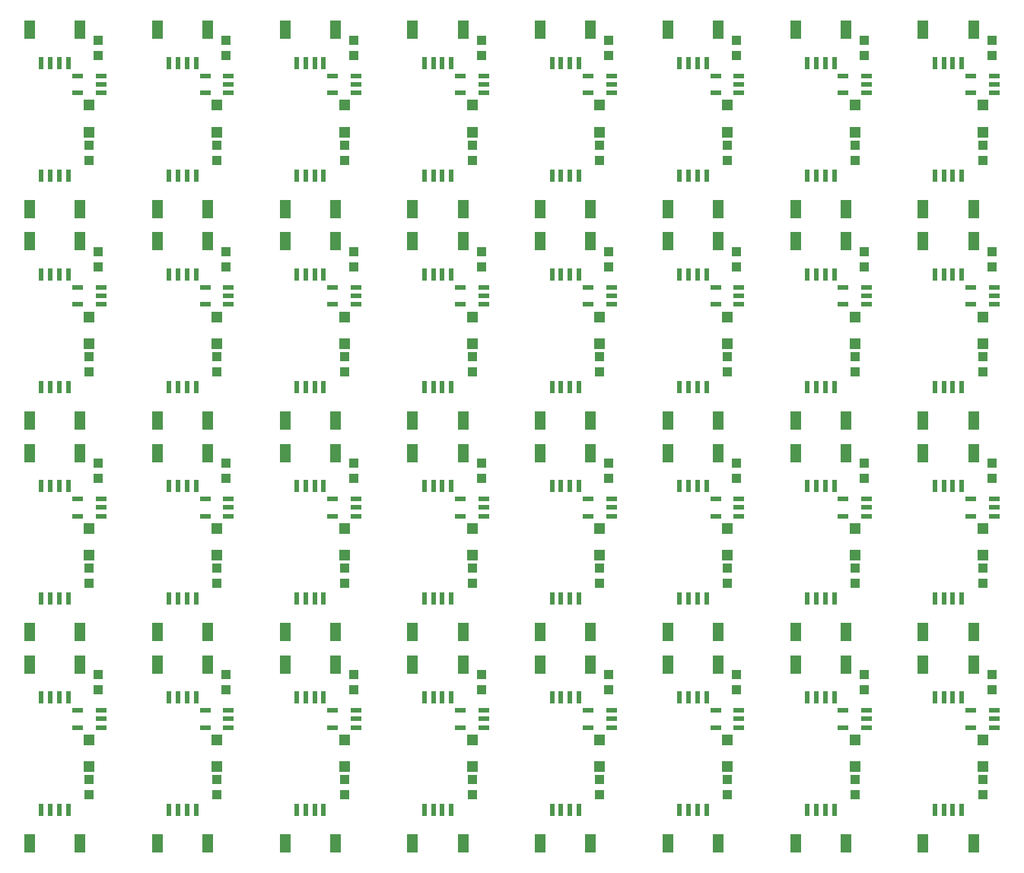
<source format=gtp>
G75*
%MOIN*%
%OFA0B0*%
%FSLAX25Y25*%
%IPPOS*%
%LPD*%
%AMOC8*
5,1,8,0,0,1.08239X$1,22.5*
%
%ADD10R,0.03937X0.04331*%
%ADD11R,0.04724X0.07874*%
%ADD12R,0.02362X0.05315*%
%ADD13R,0.05118X0.05118*%
%ADD14R,0.04724X0.02165*%
D10*
X0212843Y0056104D03*
X0212843Y0062797D03*
X0268765Y0062797D03*
X0268765Y0056104D03*
X0324686Y0056104D03*
X0324686Y0062797D03*
X0328686Y0102104D03*
X0328686Y0108797D03*
X0384607Y0108797D03*
X0384607Y0102104D03*
X0380607Y0062797D03*
X0380607Y0056104D03*
X0436528Y0056104D03*
X0436528Y0062797D03*
X0440528Y0102104D03*
X0440528Y0108797D03*
X0436528Y0148805D03*
X0436528Y0155498D03*
X0380607Y0155498D03*
X0380607Y0148805D03*
X0324686Y0148805D03*
X0324686Y0155498D03*
X0328686Y0194805D03*
X0328686Y0201498D03*
X0384607Y0201498D03*
X0384607Y0194805D03*
X0440528Y0194805D03*
X0440528Y0201498D03*
X0436528Y0241506D03*
X0436528Y0248199D03*
X0380607Y0248199D03*
X0380607Y0241506D03*
X0324686Y0241506D03*
X0324686Y0248199D03*
X0328686Y0287506D03*
X0328686Y0294199D03*
X0384607Y0294199D03*
X0384607Y0287506D03*
X0440528Y0287506D03*
X0440528Y0294199D03*
X0436528Y0334207D03*
X0436528Y0340900D03*
X0380607Y0340900D03*
X0380607Y0334207D03*
X0324686Y0334207D03*
X0324686Y0340900D03*
X0328686Y0380207D03*
X0328686Y0386900D03*
X0384607Y0386900D03*
X0384607Y0380207D03*
X0440528Y0380207D03*
X0440528Y0386900D03*
X0496450Y0386900D03*
X0496450Y0380207D03*
X0552371Y0380207D03*
X0552371Y0386900D03*
X0608292Y0386900D03*
X0608292Y0380207D03*
X0604292Y0340900D03*
X0604292Y0334207D03*
X0548371Y0334207D03*
X0548371Y0340900D03*
X0492450Y0340900D03*
X0492450Y0334207D03*
X0496450Y0294199D03*
X0496450Y0287506D03*
X0552371Y0287506D03*
X0552371Y0294199D03*
X0608292Y0294199D03*
X0608292Y0287506D03*
X0604292Y0248199D03*
X0604292Y0241506D03*
X0548371Y0241506D03*
X0548371Y0248199D03*
X0492450Y0248199D03*
X0492450Y0241506D03*
X0496450Y0201498D03*
X0496450Y0194805D03*
X0552371Y0194805D03*
X0552371Y0201498D03*
X0608292Y0201498D03*
X0608292Y0194805D03*
X0604292Y0155498D03*
X0604292Y0148805D03*
X0548371Y0148805D03*
X0548371Y0155498D03*
X0492450Y0155498D03*
X0492450Y0148805D03*
X0496450Y0108797D03*
X0496450Y0102104D03*
X0552371Y0102104D03*
X0552371Y0108797D03*
X0608292Y0108797D03*
X0608292Y0102104D03*
X0604292Y0062797D03*
X0604292Y0056104D03*
X0548371Y0056104D03*
X0548371Y0062797D03*
X0492450Y0062797D03*
X0492450Y0056104D03*
X0272765Y0102104D03*
X0272765Y0108797D03*
X0268765Y0148805D03*
X0268765Y0155498D03*
X0212843Y0155498D03*
X0212843Y0148805D03*
X0216843Y0108797D03*
X0216843Y0102104D03*
X0216843Y0194805D03*
X0216843Y0201498D03*
X0212843Y0241506D03*
X0212843Y0248199D03*
X0268765Y0248199D03*
X0268765Y0241506D03*
X0272765Y0201498D03*
X0272765Y0194805D03*
X0272765Y0287506D03*
X0272765Y0294199D03*
X0268765Y0334207D03*
X0268765Y0340900D03*
X0212843Y0340900D03*
X0212843Y0334207D03*
X0216843Y0294199D03*
X0216843Y0287506D03*
X0216843Y0380207D03*
X0216843Y0386900D03*
X0272765Y0386900D03*
X0272765Y0380207D03*
D11*
X0186820Y0034982D03*
X0208867Y0034982D03*
X0242741Y0034982D03*
X0264788Y0034982D03*
X0298662Y0034982D03*
X0320709Y0034982D03*
X0354583Y0034982D03*
X0376631Y0034982D03*
X0410505Y0034982D03*
X0432552Y0034982D03*
X0466426Y0034982D03*
X0488473Y0034982D03*
X0522347Y0034982D03*
X0544395Y0034982D03*
X0578268Y0034982D03*
X0600316Y0034982D03*
X0600316Y0113388D03*
X0600316Y0127683D03*
X0578268Y0127683D03*
X0578268Y0113388D03*
X0544395Y0113388D03*
X0544395Y0127683D03*
X0522347Y0127683D03*
X0522347Y0113388D03*
X0488473Y0113388D03*
X0488473Y0127683D03*
X0466426Y0127683D03*
X0466426Y0113388D03*
X0432552Y0113388D03*
X0432552Y0127683D03*
X0410505Y0127683D03*
X0410505Y0113388D03*
X0376631Y0113388D03*
X0376631Y0127683D03*
X0354583Y0127683D03*
X0354583Y0113388D03*
X0320709Y0113388D03*
X0320709Y0127683D03*
X0298662Y0127683D03*
X0298662Y0113388D03*
X0264788Y0113388D03*
X0264788Y0127683D03*
X0242741Y0127683D03*
X0242741Y0113388D03*
X0208867Y0113388D03*
X0208867Y0127683D03*
X0186820Y0127683D03*
X0186820Y0113388D03*
X0186820Y0206089D03*
X0186820Y0220384D03*
X0208867Y0220384D03*
X0208867Y0206089D03*
X0242741Y0206089D03*
X0242741Y0220384D03*
X0264788Y0220384D03*
X0264788Y0206089D03*
X0298662Y0206089D03*
X0298662Y0220384D03*
X0320709Y0220384D03*
X0320709Y0206089D03*
X0354583Y0206089D03*
X0354583Y0220384D03*
X0376631Y0220384D03*
X0376631Y0206089D03*
X0410505Y0206089D03*
X0410505Y0220384D03*
X0432552Y0220384D03*
X0432552Y0206089D03*
X0466426Y0206089D03*
X0466426Y0220384D03*
X0488473Y0220384D03*
X0488473Y0206089D03*
X0522347Y0206089D03*
X0522347Y0220384D03*
X0544395Y0220384D03*
X0544395Y0206089D03*
X0578268Y0206089D03*
X0578268Y0220384D03*
X0600316Y0220384D03*
X0600316Y0206089D03*
X0600316Y0298789D03*
X0600316Y0313085D03*
X0578268Y0313085D03*
X0578268Y0298789D03*
X0544395Y0298789D03*
X0544395Y0313085D03*
X0522347Y0313085D03*
X0522347Y0298789D03*
X0488473Y0298789D03*
X0488473Y0313085D03*
X0466426Y0313085D03*
X0466426Y0298789D03*
X0432552Y0298789D03*
X0432552Y0313085D03*
X0410505Y0313085D03*
X0410505Y0298789D03*
X0376631Y0298789D03*
X0376631Y0313085D03*
X0354583Y0313085D03*
X0354583Y0298789D03*
X0320709Y0298789D03*
X0320709Y0313085D03*
X0298662Y0313085D03*
X0298662Y0298789D03*
X0264788Y0298789D03*
X0264788Y0313085D03*
X0242741Y0313085D03*
X0242741Y0298789D03*
X0208867Y0298789D03*
X0208867Y0313085D03*
X0186820Y0313085D03*
X0186820Y0298789D03*
X0186820Y0391490D03*
X0208867Y0391490D03*
X0242741Y0391490D03*
X0264788Y0391490D03*
X0298662Y0391490D03*
X0320709Y0391490D03*
X0354583Y0391490D03*
X0376631Y0391490D03*
X0410505Y0391490D03*
X0432552Y0391490D03*
X0466426Y0391490D03*
X0488473Y0391490D03*
X0522347Y0391490D03*
X0544395Y0391490D03*
X0578268Y0391490D03*
X0600316Y0391490D03*
D12*
X0595198Y0377022D03*
X0591261Y0377022D03*
X0587324Y0377022D03*
X0583387Y0377022D03*
X0539276Y0377022D03*
X0535339Y0377022D03*
X0531402Y0377022D03*
X0527465Y0377022D03*
X0483355Y0377022D03*
X0479418Y0377022D03*
X0475481Y0377022D03*
X0471544Y0377022D03*
X0427434Y0377022D03*
X0423497Y0377022D03*
X0419560Y0377022D03*
X0415623Y0377022D03*
X0371513Y0377022D03*
X0367576Y0377022D03*
X0363639Y0377022D03*
X0359702Y0377022D03*
X0315591Y0377022D03*
X0311654Y0377022D03*
X0307717Y0377022D03*
X0303780Y0377022D03*
X0259670Y0377022D03*
X0255733Y0377022D03*
X0251796Y0377022D03*
X0247859Y0377022D03*
X0203749Y0377022D03*
X0199812Y0377022D03*
X0195875Y0377022D03*
X0191938Y0377022D03*
X0191938Y0327553D03*
X0195875Y0327553D03*
X0199812Y0327553D03*
X0203749Y0327553D03*
X0247859Y0327553D03*
X0251796Y0327553D03*
X0255733Y0327553D03*
X0259670Y0327553D03*
X0303780Y0327553D03*
X0307717Y0327553D03*
X0311654Y0327553D03*
X0315591Y0327553D03*
X0359702Y0327553D03*
X0363639Y0327553D03*
X0367576Y0327553D03*
X0371513Y0327553D03*
X0415623Y0327553D03*
X0419560Y0327553D03*
X0423497Y0327553D03*
X0427434Y0327553D03*
X0471544Y0327553D03*
X0475481Y0327553D03*
X0479418Y0327553D03*
X0483355Y0327553D03*
X0527465Y0327553D03*
X0531402Y0327553D03*
X0535339Y0327553D03*
X0539276Y0327553D03*
X0583387Y0327553D03*
X0587324Y0327553D03*
X0591261Y0327553D03*
X0595198Y0327553D03*
X0595198Y0284321D03*
X0591261Y0284321D03*
X0587324Y0284321D03*
X0583387Y0284321D03*
X0539276Y0284321D03*
X0535339Y0284321D03*
X0531402Y0284321D03*
X0527465Y0284321D03*
X0483355Y0284321D03*
X0479418Y0284321D03*
X0475481Y0284321D03*
X0471544Y0284321D03*
X0427434Y0284321D03*
X0423497Y0284321D03*
X0419560Y0284321D03*
X0415623Y0284321D03*
X0371513Y0284321D03*
X0367576Y0284321D03*
X0363639Y0284321D03*
X0359702Y0284321D03*
X0315591Y0284321D03*
X0311654Y0284321D03*
X0307717Y0284321D03*
X0303780Y0284321D03*
X0259670Y0284321D03*
X0255733Y0284321D03*
X0251796Y0284321D03*
X0247859Y0284321D03*
X0203749Y0284321D03*
X0199812Y0284321D03*
X0195875Y0284321D03*
X0191938Y0284321D03*
X0191938Y0234852D03*
X0195875Y0234852D03*
X0199812Y0234852D03*
X0203749Y0234852D03*
X0247859Y0234852D03*
X0251796Y0234852D03*
X0255733Y0234852D03*
X0259670Y0234852D03*
X0303780Y0234852D03*
X0307717Y0234852D03*
X0311654Y0234852D03*
X0315591Y0234852D03*
X0359702Y0234852D03*
X0363639Y0234852D03*
X0367576Y0234852D03*
X0371513Y0234852D03*
X0415623Y0234852D03*
X0419560Y0234852D03*
X0423497Y0234852D03*
X0427434Y0234852D03*
X0471544Y0234852D03*
X0475481Y0234852D03*
X0479418Y0234852D03*
X0483355Y0234852D03*
X0527465Y0234852D03*
X0531402Y0234852D03*
X0535339Y0234852D03*
X0539276Y0234852D03*
X0583387Y0234852D03*
X0587324Y0234852D03*
X0591261Y0234852D03*
X0595198Y0234852D03*
X0595198Y0191620D03*
X0591261Y0191620D03*
X0587324Y0191620D03*
X0583387Y0191620D03*
X0539276Y0191620D03*
X0535339Y0191620D03*
X0531402Y0191620D03*
X0527465Y0191620D03*
X0483355Y0191620D03*
X0479418Y0191620D03*
X0475481Y0191620D03*
X0471544Y0191620D03*
X0427434Y0191620D03*
X0423497Y0191620D03*
X0419560Y0191620D03*
X0415623Y0191620D03*
X0371513Y0191620D03*
X0367576Y0191620D03*
X0363639Y0191620D03*
X0359702Y0191620D03*
X0315591Y0191620D03*
X0311654Y0191620D03*
X0307717Y0191620D03*
X0303780Y0191620D03*
X0259670Y0191620D03*
X0255733Y0191620D03*
X0251796Y0191620D03*
X0247859Y0191620D03*
X0203749Y0191620D03*
X0199812Y0191620D03*
X0195875Y0191620D03*
X0191938Y0191620D03*
X0191938Y0142152D03*
X0195875Y0142152D03*
X0199812Y0142152D03*
X0203749Y0142152D03*
X0247859Y0142152D03*
X0251796Y0142152D03*
X0255733Y0142152D03*
X0259670Y0142152D03*
X0303780Y0142152D03*
X0307717Y0142152D03*
X0311654Y0142152D03*
X0315591Y0142152D03*
X0359702Y0142152D03*
X0363639Y0142152D03*
X0367576Y0142152D03*
X0371513Y0142152D03*
X0415623Y0142152D03*
X0419560Y0142152D03*
X0423497Y0142152D03*
X0427434Y0142152D03*
X0471544Y0142152D03*
X0475481Y0142152D03*
X0479418Y0142152D03*
X0483355Y0142152D03*
X0527465Y0142152D03*
X0531402Y0142152D03*
X0535339Y0142152D03*
X0539276Y0142152D03*
X0583387Y0142152D03*
X0587324Y0142152D03*
X0591261Y0142152D03*
X0595198Y0142152D03*
X0595198Y0098919D03*
X0591261Y0098919D03*
X0587324Y0098919D03*
X0583387Y0098919D03*
X0539276Y0098919D03*
X0535339Y0098919D03*
X0531402Y0098919D03*
X0527465Y0098919D03*
X0483355Y0098919D03*
X0479418Y0098919D03*
X0475481Y0098919D03*
X0471544Y0098919D03*
X0427434Y0098919D03*
X0423497Y0098919D03*
X0419560Y0098919D03*
X0415623Y0098919D03*
X0371513Y0098919D03*
X0367576Y0098919D03*
X0363639Y0098919D03*
X0359702Y0098919D03*
X0315591Y0098919D03*
X0311654Y0098919D03*
X0307717Y0098919D03*
X0303780Y0098919D03*
X0259670Y0098919D03*
X0255733Y0098919D03*
X0251796Y0098919D03*
X0247859Y0098919D03*
X0203749Y0098919D03*
X0199812Y0098919D03*
X0195875Y0098919D03*
X0191938Y0098919D03*
X0191938Y0049451D03*
X0195875Y0049451D03*
X0199812Y0049451D03*
X0203749Y0049451D03*
X0247859Y0049451D03*
X0251796Y0049451D03*
X0255733Y0049451D03*
X0259670Y0049451D03*
X0303780Y0049451D03*
X0307717Y0049451D03*
X0311654Y0049451D03*
X0315591Y0049451D03*
X0359702Y0049451D03*
X0363639Y0049451D03*
X0367576Y0049451D03*
X0371513Y0049451D03*
X0415623Y0049451D03*
X0419560Y0049451D03*
X0423497Y0049451D03*
X0427434Y0049451D03*
X0471544Y0049451D03*
X0475481Y0049451D03*
X0479418Y0049451D03*
X0483355Y0049451D03*
X0527465Y0049451D03*
X0531402Y0049451D03*
X0535339Y0049451D03*
X0539276Y0049451D03*
X0583387Y0049451D03*
X0587324Y0049451D03*
X0591261Y0049451D03*
X0595198Y0049451D03*
D13*
X0604292Y0068545D03*
X0604292Y0080356D03*
X0548371Y0080356D03*
X0548371Y0068545D03*
X0492450Y0068545D03*
X0492450Y0080356D03*
X0436528Y0080356D03*
X0436528Y0068545D03*
X0380607Y0068545D03*
X0380607Y0080356D03*
X0324686Y0080356D03*
X0324686Y0068545D03*
X0268765Y0068545D03*
X0268765Y0080356D03*
X0212843Y0080356D03*
X0212843Y0068545D03*
X0212843Y0161246D03*
X0212843Y0173057D03*
X0268765Y0173057D03*
X0268765Y0161246D03*
X0324686Y0161246D03*
X0324686Y0173057D03*
X0380607Y0173057D03*
X0380607Y0161246D03*
X0436528Y0161246D03*
X0436528Y0173057D03*
X0492450Y0173057D03*
X0492450Y0161246D03*
X0548371Y0161246D03*
X0548371Y0173057D03*
X0604292Y0173057D03*
X0604292Y0161246D03*
X0604292Y0253947D03*
X0604292Y0265758D03*
X0548371Y0265758D03*
X0548371Y0253947D03*
X0492450Y0253947D03*
X0492450Y0265758D03*
X0436528Y0265758D03*
X0436528Y0253947D03*
X0380607Y0253947D03*
X0380607Y0265758D03*
X0324686Y0265758D03*
X0324686Y0253947D03*
X0268765Y0253947D03*
X0268765Y0265758D03*
X0212843Y0265758D03*
X0212843Y0253947D03*
X0212843Y0346648D03*
X0212843Y0358459D03*
X0268765Y0358459D03*
X0268765Y0346648D03*
X0324686Y0346648D03*
X0324686Y0358459D03*
X0380607Y0358459D03*
X0380607Y0346648D03*
X0436528Y0346648D03*
X0436528Y0358459D03*
X0492450Y0358459D03*
X0492450Y0346648D03*
X0548371Y0346648D03*
X0548371Y0358459D03*
X0604292Y0358459D03*
X0604292Y0346648D03*
D14*
X0599174Y0363813D03*
X0599174Y0371293D03*
X0609411Y0371293D03*
X0609411Y0367553D03*
X0609411Y0363813D03*
X0553489Y0363813D03*
X0553489Y0367553D03*
X0553489Y0371293D03*
X0543252Y0371293D03*
X0543252Y0363813D03*
X0497568Y0363813D03*
X0497568Y0367553D03*
X0497568Y0371293D03*
X0487331Y0371293D03*
X0487331Y0363813D03*
X0441647Y0363813D03*
X0441647Y0367553D03*
X0441647Y0371293D03*
X0431410Y0371293D03*
X0431410Y0363813D03*
X0385726Y0363813D03*
X0385726Y0367553D03*
X0385726Y0371293D03*
X0375489Y0371293D03*
X0375489Y0363813D03*
X0329804Y0363813D03*
X0329804Y0367553D03*
X0329804Y0371293D03*
X0319567Y0371293D03*
X0319567Y0363813D03*
X0273883Y0363813D03*
X0273883Y0367553D03*
X0273883Y0371293D03*
X0263646Y0371293D03*
X0263646Y0363813D03*
X0217962Y0363813D03*
X0217962Y0367553D03*
X0217962Y0371293D03*
X0207725Y0371293D03*
X0207725Y0363813D03*
X0207725Y0278593D03*
X0207725Y0271112D03*
X0217962Y0271112D03*
X0217962Y0274852D03*
X0217962Y0278593D03*
X0263646Y0278593D03*
X0263646Y0271112D03*
X0273883Y0271112D03*
X0273883Y0274852D03*
X0273883Y0278593D03*
X0319567Y0278593D03*
X0319567Y0271112D03*
X0329804Y0271112D03*
X0329804Y0274852D03*
X0329804Y0278593D03*
X0375489Y0278593D03*
X0375489Y0271112D03*
X0385726Y0271112D03*
X0385726Y0274852D03*
X0385726Y0278593D03*
X0431410Y0278593D03*
X0431410Y0271112D03*
X0441647Y0271112D03*
X0441647Y0274852D03*
X0441647Y0278593D03*
X0487331Y0278593D03*
X0487331Y0271112D03*
X0497568Y0271112D03*
X0497568Y0274852D03*
X0497568Y0278593D03*
X0543252Y0278593D03*
X0543252Y0271112D03*
X0553489Y0271112D03*
X0553489Y0274852D03*
X0553489Y0278593D03*
X0599174Y0278593D03*
X0599174Y0271112D03*
X0609411Y0271112D03*
X0609411Y0274852D03*
X0609411Y0278593D03*
X0609411Y0185892D03*
X0609411Y0182152D03*
X0609411Y0178411D03*
X0599174Y0178411D03*
X0599174Y0185892D03*
X0553489Y0185892D03*
X0553489Y0182152D03*
X0553489Y0178411D03*
X0543252Y0178411D03*
X0543252Y0185892D03*
X0497568Y0185892D03*
X0497568Y0182152D03*
X0497568Y0178411D03*
X0487331Y0178411D03*
X0487331Y0185892D03*
X0441647Y0185892D03*
X0441647Y0182152D03*
X0441647Y0178411D03*
X0431410Y0178411D03*
X0431410Y0185892D03*
X0385726Y0185892D03*
X0385726Y0182152D03*
X0385726Y0178411D03*
X0375489Y0178411D03*
X0375489Y0185892D03*
X0329804Y0185892D03*
X0329804Y0182152D03*
X0329804Y0178411D03*
X0319567Y0178411D03*
X0319567Y0185892D03*
X0273883Y0185892D03*
X0273883Y0182152D03*
X0273883Y0178411D03*
X0263646Y0178411D03*
X0263646Y0185892D03*
X0217962Y0185892D03*
X0217962Y0182152D03*
X0217962Y0178411D03*
X0207725Y0178411D03*
X0207725Y0185892D03*
X0207725Y0093191D03*
X0207725Y0085711D03*
X0217962Y0085711D03*
X0217962Y0089451D03*
X0217962Y0093191D03*
X0263646Y0093191D03*
X0263646Y0085711D03*
X0273883Y0085711D03*
X0273883Y0089451D03*
X0273883Y0093191D03*
X0319567Y0093191D03*
X0319567Y0085711D03*
X0329804Y0085711D03*
X0329804Y0089451D03*
X0329804Y0093191D03*
X0375489Y0093191D03*
X0375489Y0085711D03*
X0385726Y0085711D03*
X0385726Y0089451D03*
X0385726Y0093191D03*
X0431410Y0093191D03*
X0431410Y0085711D03*
X0441647Y0085711D03*
X0441647Y0089451D03*
X0441647Y0093191D03*
X0487331Y0093191D03*
X0487331Y0085711D03*
X0497568Y0085711D03*
X0497568Y0089451D03*
X0497568Y0093191D03*
X0543252Y0093191D03*
X0543252Y0085711D03*
X0553489Y0085711D03*
X0553489Y0089451D03*
X0553489Y0093191D03*
X0599174Y0093191D03*
X0599174Y0085711D03*
X0609411Y0085711D03*
X0609411Y0089451D03*
X0609411Y0093191D03*
M02*

</source>
